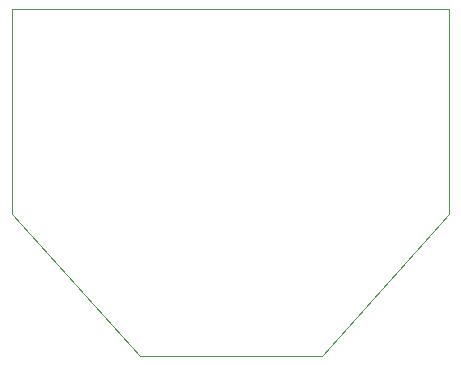
<source format=gbr>
%TF.GenerationSoftware,KiCad,Pcbnew,8.0.7*%
%TF.CreationDate,2025-01-12T22:52:32-06:00*%
%TF.ProjectId,Parallel-to-PS2-Keyboard-Adapter,50617261-6c6c-4656-9c2d-746f2d505332,v1.0*%
%TF.SameCoordinates,Original*%
%TF.FileFunction,Profile,NP*%
%FSLAX46Y46*%
G04 Gerber Fmt 4.6, Leading zero omitted, Abs format (unit mm)*
G04 Created by KiCad (PCBNEW 8.0.7) date 2025-01-12 22:52:32*
%MOMM*%
%LPD*%
G01*
G04 APERTURE LIST*
%TA.AperFunction,Profile*%
%ADD10C,0.100000*%
%TD*%
G04 APERTURE END LIST*
D10*
X142062200Y-106680000D02*
X152908000Y-118719600D01*
X179120800Y-89357200D02*
X179120800Y-106680000D01*
X152908000Y-118719600D02*
X168351200Y-118719600D01*
X179120800Y-106680000D02*
X168351200Y-118719600D01*
X142062200Y-106680000D02*
X142062200Y-89357200D01*
X142062200Y-89357200D02*
X179120800Y-89357200D01*
M02*

</source>
